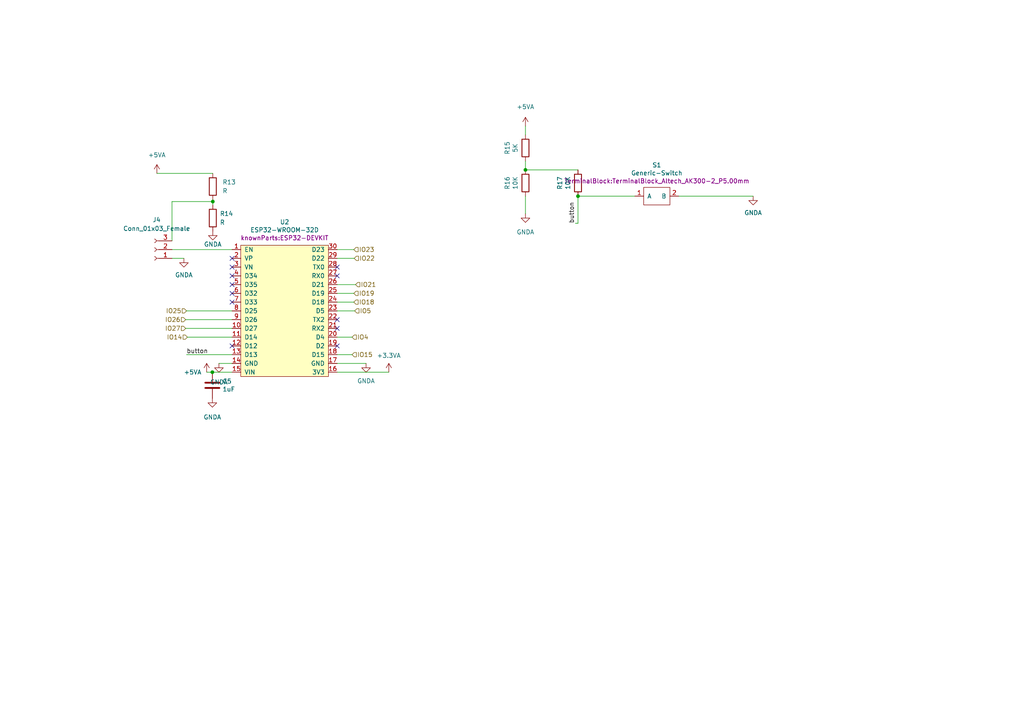
<source format=kicad_sch>
(kicad_sch (version 20211123) (generator eeschema)
  (paper "A4")
  (lib_symbols
    (symbol "Connector:Conn_01x03_Female" (pin_names (offset 1.016) hide)
      (property "Reference" "J" (at 0 5.08 0))
      (property "Value" "Conn_01x03_Female" (at 0 -5.08 0))
      (symbol "Conn_01x03_Female_1_1"
        (arc (start 0 -2.032) (mid -0.508 -2.54) (end 0 -3.048) (stroke (width 0.1524)))
        (polyline (pts (xy -1.27 -2.54) (xy -0.508 -2.54)) (stroke (width 0.1524)))
        (polyline (pts (xy -1.27 0) (xy -0.508 0)) (stroke (width 0.1524)))
        (polyline (pts (xy -1.27 2.54) (xy -0.508 2.54)) (stroke (width 0.1524)))
        (arc (start 0 0.508) (mid -0.508 0) (end 0 -0.508) (stroke (width 0.1524)))
        (arc (start 0 3.048) (mid -0.508 2.54) (end 0 2.032) (stroke (width 0.1524)))
        (pin passive line (at -5.08 2.54 0) (length 3.81) (name "Pin_1") (number "1"))
        (pin passive line (at -5.08 0 0) (length 3.81) (name "Pin_2") (number "2"))
        (pin passive line (at -5.08 -2.54 0) (length 3.81) (name "Pin_3") (number "3"))
      )
    )
    (symbol "Device:C" (pin_numbers hide) (pin_names (offset 0.254))
      (property "Reference" "C" (at 0.635 2.54 0))
      (property "Value" "C" (at 0.635 -2.54 0))
      (symbol "C_0_1"
        (polyline (pts (xy -2.032 -0.762) (xy 2.032 -0.762)) (stroke (width 0.508)))
        (polyline (pts (xy -2.032 0.762) (xy 2.032 0.762)) (stroke (width 0.508)))
      )
      (symbol "C_1_1"
        (pin passive line (at 0 3.81 270) (length 2.794) (name "~") (number "1"))
        (pin passive line (at 0 -3.81 90) (length 2.794) (name "~") (number "2"))
      )
    )
    (symbol "Device:R" (pin_numbers hide) (pin_names (offset 0))
      (property "Reference" "R" (at 2.032 0 90))
      (property "Value" "R" (at 0 0 90))
      (symbol "R_0_1"
        (rectangle (start -1.016 -2.54) (end 1.016 2.54) (stroke (width 0.254)))
      )
      (symbol "R_1_1"
        (pin passive line (at 0 3.81 270) (length 1.27) (name "~") (number "1"))
        (pin passive line (at 0 -3.81 90) (length 1.27) (name "~") (number "2"))
      )
    )
    (symbol "knownParts:ESP32-WROOM-32D" (pin_names (offset 1.016))
      (property "Reference" "U" (at 0 -21.59 0))
      (property "Value" "ESP32-WROOM-32D" (at 0 21.59 0))
      (property "Footprint" "knownParts:ESP32-DEVKIT" (at -1.27 1.27 0))
      (symbol "ESP32-WROOM-32D_0_1"
        (rectangle (start -12.7 19.05) (end 12.7 -19.05) (fill (type background)))
      )
      (symbol "ESP32-WROOM-32D_1_1"
        (pin input line (at -15.24 17.78 0) (length 2.54) (name "EN") (number "1"))
        (pin input line (at -15.24 -5.08 0) (length 2.54) (name "D27") (number "10"))
        (pin input line (at -15.24 -7.62 0) (length 2.54) (name "D14") (number "11"))
        (pin input line (at -15.24 -10.16 0) (length 2.54) (name "D12") (number "12"))
        (pin input line (at -15.24 -12.7 0) (length 2.54) (name "D13") (number "13"))
        (pin input line (at -15.24 -15.24 0) (length 2.54) (name "GND") (number "14"))
        (pin power_in line (at -15.24 -17.78 0) (length 2.54) (name "VIN") (number "15"))
        (pin power_out line (at 15.24 -17.78 180) (length 2.54) (name "3V3") (number "16"))
        (pin input line (at 15.24 -15.24 180) (length 2.54) (name "GND") (number "17"))
        (pin input line (at 15.24 -12.7 180) (length 2.54) (name "D15") (number "18"))
        (pin input line (at 15.24 -10.16 180) (length 2.54) (name "D2") (number "19"))
        (pin input line (at -15.24 15.24 0) (length 2.54) (name "VP") (number "2"))
        (pin input line (at 15.24 -7.62 180) (length 2.54) (name "D4") (number "20"))
        (pin input line (at 15.24 -5.08 180) (length 2.54) (name "RX2") (number "21"))
        (pin input line (at 15.24 -2.54 180) (length 2.54) (name "TX2") (number "22"))
        (pin input line (at 15.24 0 180) (length 2.54) (name "D5") (number "23"))
        (pin input line (at 15.24 2.54 180) (length 2.54) (name "D18") (number "24"))
        (pin input line (at 15.24 5.08 180) (length 2.54) (name "D19") (number "25"))
        (pin input line (at 15.24 7.62 180) (length 2.54) (name "D21") (number "26"))
        (pin input line (at 15.24 10.16 180) (length 2.54) (name "RX0") (number "27"))
        (pin input line (at 15.24 12.7 180) (length 2.54) (name "TX0") (number "28"))
        (pin input line (at 15.24 15.24 180) (length 2.54) (name "D22") (number "29"))
        (pin input line (at -15.24 12.7 0) (length 2.54) (name "VN") (number "3"))
        (pin input line (at 15.24 17.78 180) (length 2.54) (name "D23") (number "30"))
        (pin input line (at -15.24 10.16 0) (length 2.54) (name "D34") (number "4"))
        (pin input line (at -15.24 7.62 0) (length 2.54) (name "D35") (number "5"))
        (pin input line (at -15.24 5.08 0) (length 2.54) (name "D32") (number "6"))
        (pin input line (at -15.24 2.54 0) (length 2.54) (name "D33") (number "7"))
        (pin input line (at -15.24 0 0) (length 2.54) (name "D25") (number "8"))
        (pin input line (at -15.24 -2.54 0) (length 2.54) (name "D26") (number "9"))
      )
    )
    (symbol "knownParts:Generic-Switch" (pin_names (offset 1.016))
      (property "Reference" "S" (at 0 8.89 0))
      (property "Value" "Generic-Switch" (at 0 5.08 0))
      (property "Footprint" "TerminalBlock:TerminalBlock_Altech_AK300-2_P5.00mm" (at 0 -5.08 0))
      (symbol "Generic-Switch_0_1"
        (rectangle (start -3.81 2.54) (end 3.81 -2.54))
      )
      (symbol "Generic-Switch_1_1"
        (pin input line (at -6.35 0 0) (length 2.54) (name "A") (number "1"))
        (pin input line (at 6.35 0 180) (length 2.54) (name "B") (number "2"))
      )
    )
    (symbol "power:+3.3VA" (power) (pin_names (offset 0))
      (property "Value" "+3.3VA" (at 0 3.556 0))
      (symbol "+3.3VA_0_1"
        (polyline (pts (xy -0.762 1.27) (xy 0 2.54)))
        (polyline (pts (xy 0 0) (xy 0 2.54)))
        (polyline (pts (xy 0 2.54) (xy 0.762 1.27)))
      )
      (symbol "+3.3VA_1_1"
        (pin power_in line (at 0 0 90) (length 0) hide (name "+3.3VA") (number "1"))
      )
    )
    (symbol "power:+5VA" (power) (pin_names (offset 0))
      (property "Value" "+5VA" (at 0 3.556 0))
      (symbol "+5VA_0_1"
        (polyline (pts (xy -0.762 1.27) (xy 0 2.54)))
        (polyline (pts (xy 0 0) (xy 0 2.54)))
        (polyline (pts (xy 0 2.54) (xy 0.762 1.27)))
      )
      (symbol "+5VA_1_1"
        (pin power_in line (at 0 0 90) (length 0) hide (name "+5VA") (number "1"))
      )
    )
    (symbol "power:GNDA" (power) (pin_names (offset 0))
      (property "Value" "GNDA" (at 0 -3.81 0))
      (symbol "GNDA_0_1"
        (polyline (pts (xy 0 0) (xy 0 -1.27) (xy 1.27 -1.27) (xy 0 -2.54) (xy -1.27 -1.27) (xy 0 -1.27)))
      )
      (symbol "GNDA_1_1"
        (pin power_in line (at 0 0 270) (length 0) hide (name "GNDA") (number "1"))
      )
    )
    (symbol "upuaut_2Nils-rescue:R-Device" (pin_numbers hide) (pin_names (offset 0))
      (property "Reference" "R" (at 2.032 0 90))
      (property "Value" "R-Device" (at 0 0 90))
      (symbol "R-Device_0_1"
        (rectangle (start -1.016 -2.54) (end 1.016 2.54) (stroke (width 0.254)))
      )
      (symbol "R-Device_1_1"
        (pin passive line (at 0 3.81 270) (length 1.27) (name "~") (number "1"))
        (pin passive line (at 0 -3.81 90) (length 1.27) (name "~") (number "2"))
      )
    )
  )
  (junction (at 61.5915 107.95))
  (junction (at 167.64 56.896))
  (junction (at 152.4 49.276))
  (junction (at 61.722 58.4639))
  (no_connect (at 97.79 100.33))
  (no_connect (at 97.79 77.47))
  (no_connect (at 97.79 80.01))
  (no_connect (at 67.31 85.09))
  (no_connect (at 67.31 87.63))
  (no_connect (at 67.31 100.33))
  (no_connect (at 67.31 74.93))
  (no_connect (at 67.31 77.47))
  (no_connect (at 67.31 80.01))
  (no_connect (at 67.31 82.55))
  (no_connect (at 97.79 92.71))
  (no_connect (at 97.79 95.25))
  (wire (pts (xy 49.8872 74.93) (xy 53.34 74.93)))
  (wire (pts (xy 53.848 92.71) (xy 67.31 92.71)))
  (wire (pts (xy 59.944 107.95) (xy 61.5915 107.95)))
  (wire (pts (xy 54.356 97.79) (xy 67.31 97.79)))
  (wire (pts (xy 49.8872 58.4639) (xy 49.8872 69.85)))
  (wire (pts (xy 63.5 105.41) (xy 67.31 105.41)))
  (wire (pts (xy 97.79 107.95) (xy 112.776 107.95)))
  (wire (pts (xy 97.79 72.39) (xy 102.616 72.39)))
  (wire (pts (xy 54.102 90.17) (xy 67.31 90.17)))
  (wire (pts (xy 97.79 85.09) (xy 102.616 85.09)))
  (wire (pts (xy 61.5915 107.95) (xy 67.31 107.95)))
  (wire (pts (xy 61.722 58.4639) (xy 61.722 59.436)))
  (wire (pts (xy 61.722 58.4639) (xy 49.8872 58.4639)))
  (wire (pts (xy 196.85 56.896) (xy 218.44 56.896)))
  (wire (pts (xy 49.8872 72.39) (xy 67.31 72.39)))
  (wire (pts (xy 167.64 56.896) (xy 184.15 56.896)))
  (wire (pts (xy 152.4 61.976) (xy 152.4 56.896)))
  (wire (pts (xy 97.79 90.17) (xy 102.8694 90.17)))
  (wire (pts (xy 97.79 74.93) (xy 102.7341 74.93)))
  (wire (pts (xy 167.64 49.276) (xy 152.4 49.276)))
  (wire (pts (xy 97.79 87.63) (xy 102.616 87.63)))
  (wire (pts (xy 152.4 39.116) (xy 152.4 36.576)))
  (wire (pts (xy 97.79 97.79) (xy 102.108 97.79)))
  (wire (pts (xy 97.79 105.41) (xy 106.172 105.41)))
  (wire (pts (xy 45.5058 50.292) (xy 61.722 50.292)))
  (wire (pts (xy 152.4 49.276) (xy 152.4 46.736)))
  (wire (pts (xy 167.64 64.77) (xy 166.878 64.77)))
  (wire (pts (xy 97.79 82.55) (xy 103.124 82.55)))
  (wire (pts (xy 53.848 95.25) (xy 67.31 95.25)))
  (wire (pts (xy 61.722 57.912) (xy 61.722 58.4639)))
  (wire (pts (xy 167.64 56.896) (xy 167.64 64.77)))
  (wire (pts (xy 54.102 102.87) (xy 67.31 102.87)))
  (wire (pts (xy 97.79 102.87) (xy 102.108 102.87)))
  (label "button" (at 166.878 64.77 90))
  (label "button" (at 54.102 102.87 0))
  (hierarchical_label "IO5" (shape input) (at 102.8694 90.17 0))
  (hierarchical_label "IO14" (shape input) (at 54.356 97.79 180))
  (hierarchical_label "IO26" (shape input) (at 53.848 92.71 180))
  (hierarchical_label "IO19" (shape input) (at 102.616 85.09 0))
  (hierarchical_label "IO23" (shape input) (at 102.616 72.39 0))
  (hierarchical_label "IO27" (shape input) (at 53.848 95.25 180))
  (hierarchical_label "IO18" (shape input) (at 102.616 87.63 0))
  (hierarchical_label "IO25" (shape input) (at 54.102 90.17 180))
  (hierarchical_label "IO4" (shape input) (at 102.108 97.79 0))
  (hierarchical_label "IO21" (shape input) (at 103.124 82.55 0))
  (hierarchical_label "IO15" (shape input) (at 102.108 102.87 0))
  (hierarchical_label "IO22" (shape input) (at 102.7341 74.93 0))
  (symbol (lib_id "knownParts:ESP32-WROOM-32D") (at 82.55 90.17 0) (unit 1)
    (property "Reference" "U2" (at 82.55 64.389 0))
    (property "Value" "ESP32-WROOM-32D" (at 82.55 66.7004 0))
    (property "Footprint" "knownParts:ESP32-DEVKIT" (at 82.55 69.0118 0))
  )
  (symbol (lib_id "power:GNDA") (at 218.44 56.896 0) (unit 1)
    (property "Reference" "#PWR021" (effects hide))
    (property "Value" "GNDA" (at 218.44 61.722 0))
  )
  (symbol (lib_id "power:GNDA") (at 61.722 67.056 0) (unit 1)
    (property "Reference" "#PWR015" (effects hide))
    (property "Value" "GNDA" (at 61.722 70.866 0))
  )
  (symbol (lib_id "power:GNDA") (at 152.4 61.976 0) (unit 1)
    (property "Reference" "#PWR020" (effects hide))
    (property "Value" "GNDA" (at 152.4 67.31 0))
  )
  (symbol (lib_id "power:+5VA") (at 59.944 107.95 0) (unit 1)
    (property "Reference" "#PWR013" (effects hide))
    (property "Value" "+5VA" (at 55.88 107.95 0))
  )
  (symbol (lib_id "power:+5VA") (at 152.4 36.576 0) (unit 1)
    (property "Reference" "#PWR019" (effects hide))
    (property "Value" "+5VA" (at 152.4 30.988 0))
  )
  (symbol (lib_id "Device:R") (at 61.722 63.246 0) (unit 1)
    (property "Reference" "R14" (at 63.754 61.9759 0) (effects (justify left)))
    (property "Value" "R" (at 63.754 64.5159 0) (effects (justify left)))
    (property "Footprint" "Resistor_SMD:R_1206_3216Metric_Pad1.30x1.75mm_HandSolder" (effects hide))
  )
  (symbol (lib_id "power:+5VA") (at 45.5058 50.292 0) (unit 1)
    (property "Reference" "#PWR011" (effects hide))
    (property "Value" "+5VA" (at 45.5058 44.958 0))
  )
  (symbol (lib_id "upuaut_2Nils-rescue:R-Device") (at 152.4 53.086 0) (unit 1)
    (property "Reference" "R16" (at 147.1422 53.086 90))
    (property "Value" "10K" (at 149.4536 53.086 90))
    (property "Footprint" "Resistor_SMD:R_1206_3216Metric_Pad1.30x1.75mm_HandSolder" (effects hide))
  )
  (symbol (lib_id "upuaut_2Nils-rescue:R-Device") (at 152.4 42.926 0) (unit 1)
    (property "Reference" "R15" (at 147.1422 42.926 90))
    (property "Value" "5K" (at 149.4536 42.926 90))
    (property "Footprint" "Resistor_SMD:R_1206_3216Metric_Pad1.30x1.75mm_HandSolder" (effects hide))
  )
  (symbol (lib_id "Connector:Conn_01x03_Female") (at 44.8072 72.39 180) (unit 1)
    (property "Reference" "J4" (at 45.4422 63.754 0))
    (property "Value" "Conn_01x03_Female" (at 45.4422 66.294 0))
    (property "Footprint" "Connector_PinHeader_2.54mm:PinHeader_1x03_P2.54mm_Vertical" (effects hide))
  )
  (symbol (lib_id "upuaut_2Nils-rescue:R-Device") (at 167.64 53.086 0) (unit 1)
    (property "Reference" "R17" (at 162.3822 53.086 90))
    (property "Value" "10K" (at 164.6936 53.086 90))
    (property "Footprint" "Resistor_SMD:R_1206_3216Metric_Pad1.30x1.75mm_HandSolder" (effects hide))
  )
  (symbol (lib_id "power:GNDA") (at 61.5915 115.57 0) (unit 1)
    (property "Reference" "#PWR014" (effects hide))
    (property "Value" "GNDA" (at 61.5915 120.9863 0))
  )
  (symbol (lib_id "power:GNDA") (at 63.5 105.41 0) (unit 1)
    (property "Reference" "#PWR016" (effects hide))
    (property "Value" "GNDA" (at 63.5 110.8263 0))
  )
  (symbol (lib_id "Device:C") (at 61.5915 111.76 0) (unit 1)
    (property "Reference" "C5" (at 64.5125 110.5916 0) (effects (justify left)))
    (property "Value" "1uF" (at 64.5125 112.903 0) (effects (justify left)))
    (property "Footprint" "Capacitor_SMD:C_1210_3225Metric_Pad1.33x2.70mm_HandSolder" (effects hide))
  )
  (symbol (lib_id "knownParts:Generic-Switch") (at 190.5 56.896 0) (unit 1)
    (property "Reference" "S1" (at 190.5 47.879 0))
    (property "Value" "Generic-Switch" (at 190.5 50.1904 0))
    (property "Footprint" "TerminalBlock:TerminalBlock_Altech_AK300-2_P5.00mm" (at 190.5 52.5018 0))
  )
  (symbol (lib_id "power:GNDA") (at 53.34 74.93 0) (unit 1)
    (property "Reference" "#PWR012" (effects hide))
    (property "Value" "GNDA" (at 53.34 79.756 0))
  )
  (symbol (lib_id "power:GNDA") (at 106.172 105.41 0) (unit 1)
    (property "Reference" "#PWR017" (effects hide))
    (property "Value" "GNDA" (at 106.172 110.49 0))
  )
  (symbol (lib_id "power:+3.3VA") (at 112.776 107.95 0) (unit 1)
    (property "Reference" "#PWR018" (effects hide))
    (property "Value" "+3.3VA" (at 112.776 103.124 0))
  )
  (symbol (lib_id "Device:R") (at 61.722 54.102 0) (unit 1)
    (property "Reference" "R13" (at 64.516 52.8319 0) (effects (justify left)))
    (property "Value" "R" (at 64.516 55.3719 0) (effects (justify left)))
    (property "Footprint" "Resistor_SMD:R_1206_3216Metric_Pad1.30x1.75mm_HandSolder" (effects hide))
  )
)
</source>
